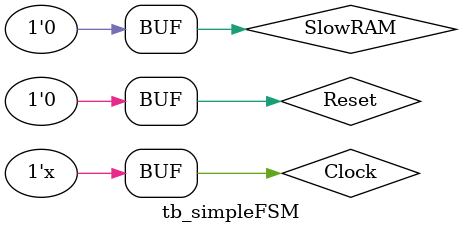
<source format=v>
`timescale 1ns/1ns
module tb_simpleFSM;

reg Clock, Reset, SlowRAM;
wire  Read, Write;

FSM1_GOOD FSM1_GOOD_U0(.Clock(Clock),.Reset(Reset),
		.SlowRAM(SlowRAM),.Read(Read),.Write(Write));
		
		initial Clock=1'b0;						 
always #50 Clock=~Clock;

initial
begin
Reset=1'b1; SlowRAM=1'b0;
#100 Reset=1'b0;
#300 SlowRAM=1'b1;
#100 SlowRAM=1'b0;
end
endmodule
</source>
